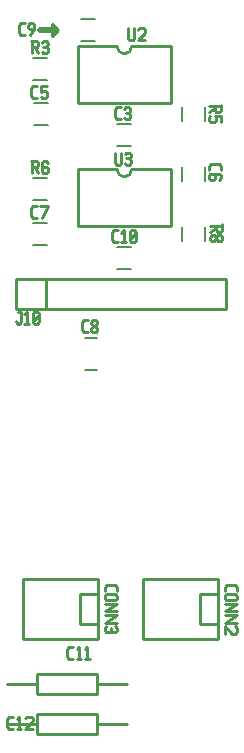
<source format=gbr>
G04 start of page 7 for group -4079 idx -4079 *
G04 Title: (unknown), topsilk *
G04 Creator: pcb 20140316 *
G04 CreationDate: Tue 10 Mar 2015 03:41:28 PM GMT UTC *
G04 For: fosse *
G04 Format: Gerber/RS-274X *
G04 PCB-Dimensions (mil): 1600.00 3000.00 *
G04 PCB-Coordinate-Origin: lower left *
%MOIN*%
%FSLAX25Y25*%
%LNTOPSILK*%
%ADD52C,0.0080*%
%ADD51C,0.0200*%
%ADD50C,0.0100*%
G54D50*X79000Y268000D02*X77000Y270000D01*
Y266000D01*
X79000Y268000D01*
X78000Y269000D02*X77000Y268000D01*
X78000Y267000D01*
G54D51*X73000Y268000D02*X78000D01*
G54D52*X86638Y271740D02*X91362D01*
X86638Y264260D02*X91362D01*
G54D50*X85500Y262500D02*Y243500D01*
X116500D01*
Y262500D01*
X85500D02*X98500D01*
X116500D02*X103500D01*
X98500D02*G75*G03X103500Y262500I2500J0D01*G01*
X107200Y85000D02*Y65000D01*
X132200Y85000D02*Y65000D01*
X126200Y80000D02*X132200D01*
X126200D02*Y70000D01*
X132200D01*
X107200Y85000D02*X132200D01*
X107200Y65000D02*X132200D01*
X67200Y85000D02*Y65000D01*
X92200Y85000D02*Y65000D01*
X86200Y80000D02*X92200D01*
X86200D02*Y70000D01*
X92200D01*
X67200Y85000D02*X92200D01*
X67200Y65000D02*X92200D01*
X62000Y50000D02*X72000D01*
X92000D02*X102000D01*
X72000Y53300D02*X92000D01*
Y46700D01*
X72000D01*
Y53300D01*
X62000Y36700D02*X72000D01*
X92000D02*X102000D01*
X72000Y40000D02*X92000D01*
Y33400D01*
X72000D01*
Y40000D01*
G54D52*X127740Y202362D02*Y197638D01*
X120260Y202362D02*Y197638D01*
X127740Y242362D02*Y237638D01*
X120260Y242362D02*Y237638D01*
X70638Y218740D02*X75362D01*
X70638Y211260D02*X75362D01*
X70638Y203740D02*X75362D01*
X70638Y196260D02*X75362D01*
X70638Y258740D02*X75362D01*
X70638Y251260D02*X75362D01*
X70733Y243740D02*X75457D01*
X70733Y236260D02*X75457D01*
G54D50*X85500Y221500D02*Y202500D01*
X116500D01*
Y221500D01*
X85500D02*X98500D01*
X116500D02*X103500D01*
X98500D02*G75*G03X103500Y221500I2500J0D01*G01*
G54D52*X127740Y222362D02*Y217638D01*
X120260Y222362D02*Y217638D01*
X98638Y236740D02*X103362D01*
X98638Y229260D02*X103362D01*
X98638Y195740D02*X103362D01*
X98638Y188260D02*X103362D01*
G54D50*X65000Y175000D02*X135000D01*
Y185000D02*Y175000D01*
X65000Y185000D02*X135000D01*
X65000D02*Y175000D01*
X75000Y185000D02*Y175000D01*
X65000Y185000D02*X75000D01*
G54D52*X88032Y165314D02*X91968D01*
X88032Y154686D02*X91968D01*
G54D50*X66455Y266150D02*X67755D01*
X65755Y266850D02*X66455Y266150D01*
X65755Y269450D02*Y266850D01*
Y269450D02*X66455Y270150D01*
X67755D01*
X69455Y266150D02*X70955Y268150D01*
Y269650D02*Y268150D01*
X70455Y270150D02*X70955Y269650D01*
X69455Y270150D02*X70455D01*
X68955Y269650D02*X69455Y270150D01*
X68955Y269650D02*Y268650D01*
X69455Y268150D01*
X70955D01*
X69850Y264150D02*X71850D01*
X72350Y263650D01*
Y262650D01*
X71850Y262150D02*X72350Y262650D01*
X70350Y262150D02*X71850D01*
X70350Y264150D02*Y260150D01*
X71150Y262150D02*X72350Y260150D01*
X73550Y263650D02*X74050Y264150D01*
X75050D01*
X75550Y263650D01*
X75050Y260150D02*X75550Y260650D01*
X74050Y260150D02*X75050D01*
X73550Y260650D02*X74050Y260150D01*
Y262350D02*X75050D01*
X75550Y263650D02*Y262850D01*
Y261850D02*Y260650D01*
Y261850D02*X75050Y262350D01*
X75550Y262850D02*X75050Y262350D01*
X102250Y268500D02*Y265000D01*
X102750Y264500D01*
X103750D01*
X104250Y265000D01*
Y268500D02*Y265000D01*
X105450Y268000D02*X105950Y268500D01*
X107450D01*
X107950Y268000D01*
Y267000D01*
X105450Y264500D02*X107950Y267000D01*
X105450Y264500D02*X107950D01*
X69850Y224150D02*X71850D01*
X72350Y223650D01*
Y222650D01*
X71850Y222150D02*X72350Y222650D01*
X70350Y222150D02*X71850D01*
X70350Y224150D02*Y220150D01*
X71150Y222150D02*X72350Y220150D01*
X75050Y224150D02*X75550Y223650D01*
X74050Y224150D02*X75050D01*
X73550Y223650D02*X74050Y224150D01*
X73550Y223650D02*Y220650D01*
X74050Y220150D01*
X75050Y222350D02*X75550Y221850D01*
X73550Y222350D02*X75050D01*
X74050Y220150D02*X75050D01*
X75550Y220650D01*
Y221850D02*Y220650D01*
X98000Y227000D02*Y223500D01*
X98500Y223000D01*
X99500D01*
X100000Y223500D01*
Y227000D02*Y223500D01*
X101200Y226500D02*X101700Y227000D01*
X102700D01*
X103200Y226500D01*
X102700Y223000D02*X103200Y223500D01*
X101700Y223000D02*X102700D01*
X101200Y223500D02*X101700Y223000D01*
Y225200D02*X102700D01*
X103200Y226500D02*Y225700D01*
Y224700D02*Y223500D01*
Y224700D02*X102700Y225200D01*
X103200Y225700D02*X102700Y225200D01*
X70550Y205150D02*X71850D01*
X69850Y205850D02*X70550Y205150D01*
X69850Y208450D02*Y205850D01*
Y208450D02*X70550Y209150D01*
X71850D01*
X73550Y205150D02*X75550Y209150D01*
X73050D02*X75550D01*
X70645Y245150D02*X71945D01*
X69945Y245850D02*X70645Y245150D01*
X69945Y248450D02*Y245850D01*
Y248450D02*X70645Y249150D01*
X71945D01*
X73145D02*X75145D01*
X73145D02*Y247150D01*
X73645Y247650D01*
X74645D01*
X75145Y247150D01*
Y245650D01*
X74645Y245150D02*X75145Y245650D01*
X73645Y245150D02*X74645D01*
X73145Y245650D02*X73645Y245150D01*
X133650Y203150D02*Y201150D01*
X133150Y200650D01*
X132150D02*X133150D01*
X131650Y201150D02*X132150Y200650D01*
X131650Y202650D02*Y201150D01*
X129650Y202650D02*X133650D01*
X131650Y201850D02*X129650Y200650D01*
X130150Y199450D02*X129650Y198950D01*
X130150Y199450D02*X130950D01*
X131650Y198750D01*
Y198150D01*
X130950Y197450D01*
X130150D02*X130950D01*
X129650Y197950D02*X130150Y197450D01*
X129650Y198950D02*Y197950D01*
X132350Y199450D02*X131650Y198750D01*
X132350Y199450D02*X133150D01*
X133650Y198950D01*
Y197950D01*
X133150Y197450D01*
X132350D02*X133150D01*
X131650Y198150D02*X132350Y197450D01*
X129150Y222450D02*Y221150D01*
X129850Y223150D02*X129150Y222450D01*
X129850Y223150D02*X132450D01*
X133150Y222450D01*
Y221150D01*
Y218450D02*X132650Y217950D01*
X133150Y219450D02*Y218450D01*
X132650Y219950D02*X133150Y219450D01*
X129650Y219950D02*X132650D01*
X129650D02*X129150Y219450D01*
X131350Y218450D02*X130850Y217950D01*
X131350Y219950D02*Y218450D01*
X129150Y219450D02*Y218450D01*
X129650Y217950D01*
X130850D01*
X133150Y243055D02*Y241055D01*
X132650Y240555D01*
X131650D02*X132650D01*
X131150Y241055D02*X131650Y240555D01*
X131150Y242555D02*Y241055D01*
X129150Y242555D02*X133150D01*
X131150Y241755D02*X129150Y240555D01*
X133150Y239355D02*Y237355D01*
X131150Y239355D02*X133150D01*
X131150D02*X131650Y238855D01*
Y237855D01*
X131150Y237355D01*
X129650D02*X131150D01*
X129150Y237855D02*X129650Y237355D01*
X129150Y238855D02*Y237855D01*
X129650Y239355D02*X129150Y238855D01*
X134500Y82300D02*Y81000D01*
X135200Y83000D02*X134500Y82300D01*
X135200Y83000D02*X137800D01*
X138500Y82300D01*
Y81000D01*
X135000Y79800D02*X138000D01*
X138500Y79300D01*
Y78300D01*
X138000Y77800D01*
X135000D02*X138000D01*
X134500Y78300D02*X135000Y77800D01*
X134500Y79300D02*Y78300D01*
X135000Y79800D02*X134500Y79300D01*
Y76600D02*X138500D01*
X134500Y74100D01*
X138500D01*
X134500Y72900D02*X138500D01*
X134500Y70400D01*
X138500D01*
X138000Y69200D02*X138500Y68700D01*
Y67200D01*
X138000Y66700D01*
X137000D02*X138000D01*
X134500Y69200D02*X137000Y66700D01*
X134500Y69200D02*Y66700D01*
X97550Y197150D02*X98850D01*
X96850Y197850D02*X97550Y197150D01*
X96850Y200450D02*Y197850D01*
Y200450D02*X97550Y201150D01*
X98850D01*
X100050Y200350D02*X100850Y201150D01*
Y197150D01*
X100050D02*X101550D01*
X102750Y197650D02*X103250Y197150D01*
X102750Y200650D02*Y197650D01*
Y200650D02*X103250Y201150D01*
X104250D01*
X104750Y200650D01*
Y197650D01*
X104250Y197150D02*X104750Y197650D01*
X103250Y197150D02*X104250D01*
X102750Y198150D02*X104750Y200150D01*
X98550Y238150D02*X99850D01*
X97850Y238850D02*X98550Y238150D01*
X97850Y241450D02*Y238850D01*
Y241450D02*X98550Y242150D01*
X99850D01*
X101050Y241650D02*X101550Y242150D01*
X102550D01*
X103050Y241650D01*
X102550Y238150D02*X103050Y238650D01*
X101550Y238150D02*X102550D01*
X101050Y238650D02*X101550Y238150D01*
Y240350D02*X102550D01*
X103050Y241650D02*Y240850D01*
Y239850D02*Y238650D01*
Y239850D02*X102550Y240350D01*
X103050Y240850D02*X102550Y240350D01*
X94500Y82300D02*Y81000D01*
X95200Y83000D02*X94500Y82300D01*
X95200Y83000D02*X97800D01*
X98500Y82300D01*
Y81000D01*
X95000Y79800D02*X98000D01*
X98500Y79300D01*
Y78300D01*
X98000Y77800D01*
X95000D02*X98000D01*
X94500Y78300D02*X95000Y77800D01*
X94500Y79300D02*Y78300D01*
X95000Y79800D02*X94500Y79300D01*
Y76600D02*X98500D01*
X94500Y74100D01*
X98500D01*
X94500Y72900D02*X98500D01*
X94500Y70400D01*
X98500D01*
X98000Y69200D02*X98500Y68700D01*
Y67700D01*
X98000Y67200D01*
X94500Y67700D02*X95000Y67200D01*
X94500Y68700D02*Y67700D01*
X95000Y69200D02*X94500Y68700D01*
X96700D02*Y67700D01*
X97200Y67200D02*X98000D01*
X95000D02*X96200D01*
X96700Y67700D01*
X97200Y67200D02*X96700Y67700D01*
X65700Y174000D02*X66500D01*
Y170500D01*
X66000Y170000D02*X66500Y170500D01*
X65500Y170000D02*X66000D01*
X65000Y170500D02*X65500Y170000D01*
X65000Y171000D02*Y170500D01*
X67700Y173200D02*X68500Y174000D01*
Y170000D01*
X67700D02*X69200D01*
X70400Y170500D02*X70900Y170000D01*
X70400Y173500D02*Y170500D01*
Y173500D02*X70900Y174000D01*
X71900D01*
X72400Y173500D01*
Y170500D01*
X71900Y170000D02*X72400Y170500D01*
X70900Y170000D02*X71900D01*
X70400Y171000D02*X72400Y173000D01*
X87550Y167150D02*X88850D01*
X86850Y167850D02*X87550Y167150D01*
X86850Y170450D02*Y167850D01*
Y170450D02*X87550Y171150D01*
X88850D01*
X90050Y167650D02*X90550Y167150D01*
X90050Y168450D02*Y167650D01*
Y168450D02*X90750Y169150D01*
X91350D01*
X92050Y168450D01*
Y167650D01*
X91550Y167150D02*X92050Y167650D01*
X90550Y167150D02*X91550D01*
X90050Y169850D02*X90750Y169150D01*
X90050Y170650D02*Y169850D01*
Y170650D02*X90550Y171150D01*
X91550D01*
X92050Y170650D01*
Y169850D01*
X91350Y169150D02*X92050Y169850D01*
X82700Y58300D02*X84000D01*
X82000Y59000D02*X82700Y58300D01*
X82000Y61600D02*Y59000D01*
Y61600D02*X82700Y62300D01*
X84000D01*
X85200Y61500D02*X86000Y62300D01*
Y58300D01*
X85200D02*X86700D01*
X87900Y61500D02*X88700Y62300D01*
Y58300D01*
X87900D02*X89400D01*
X62700Y35000D02*X64000D01*
X62000Y35700D02*X62700Y35000D01*
X62000Y38300D02*Y35700D01*
Y38300D02*X62700Y39000D01*
X64000D01*
X65200Y38200D02*X66000Y39000D01*
Y35000D01*
X65200D02*X66700D01*
X67900Y38500D02*X68400Y39000D01*
X69900D01*
X70400Y38500D01*
Y37500D01*
X67900Y35000D02*X70400Y37500D01*
X67900Y35000D02*X70400D01*
M02*

</source>
